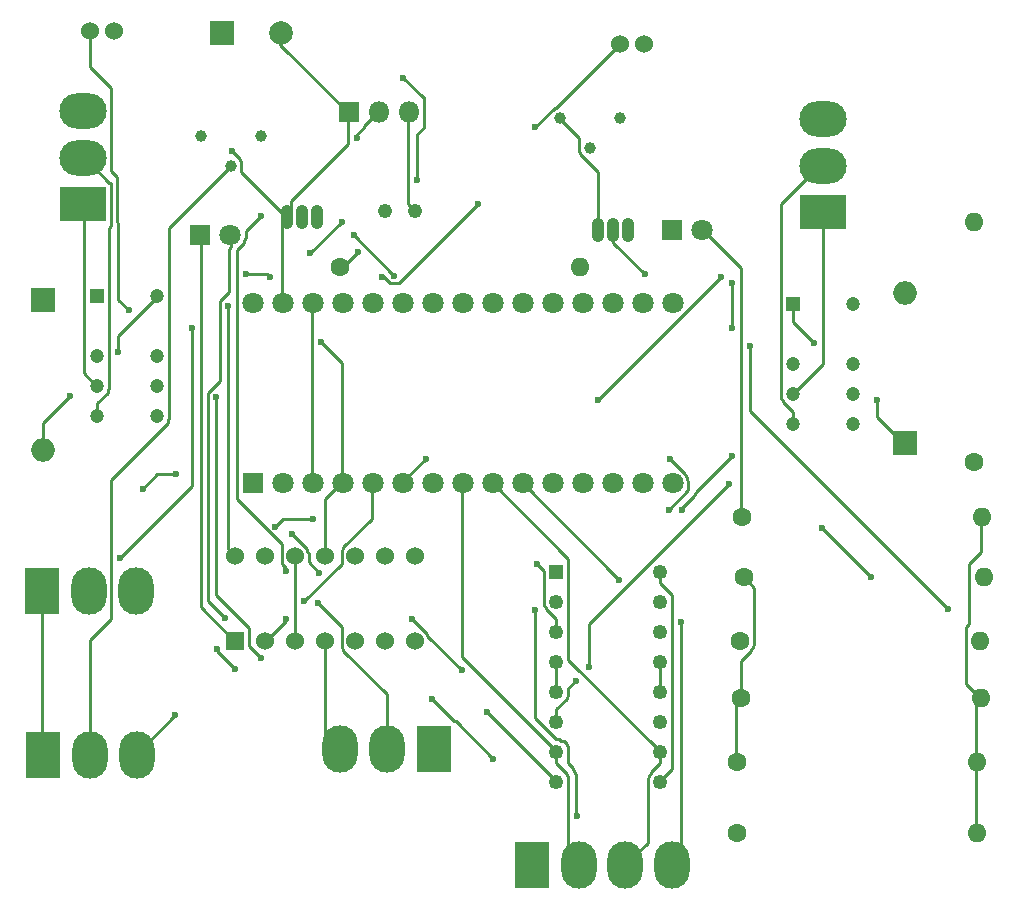
<source format=gbr>
G04 #@! TF.FileFunction,Copper,L1,Top,Signal*
%FSLAX46Y46*%
G04 Gerber Fmt 4.6, Leading zero omitted, Abs format (unit mm)*
G04 Created by KiCad (PCBNEW 4.0.6) date 02/07/20 08:18:11*
%MOMM*%
%LPD*%
G01*
G04 APERTURE LIST*
%ADD10C,0.100000*%
%ADD11R,2.000000X2.000000*%
%ADD12C,2.000000*%
%ADD13O,2.000000X2.000000*%
%ADD14R,1.800000X1.800000*%
%ADD15C,1.800000*%
%ADD16C,1.210000*%
%ADD17R,3.000000X4.000000*%
%ADD18O,3.000000X4.000000*%
%ADD19R,4.000000X3.000000*%
%ADD20O,4.000000X3.000000*%
%ADD21C,1.524000*%
%ADD22R,1.200000X1.200000*%
%ADD23C,1.200000*%
%ADD24O,1.040000X2.080000*%
%ADD25C,0.998000*%
%ADD26C,1.600000*%
%ADD27O,1.600000X1.600000*%
%ADD28R,1.524000X1.524000*%
%ADD29O,1.800000X1.800000*%
%ADD30R,1.250000X1.250000*%
%ADD31C,1.250000*%
%ADD32C,0.600000*%
%ADD33C,0.250000*%
G04 APERTURE END LIST*
D10*
D11*
X116687600Y-66573400D03*
D12*
X121687600Y-66573400D03*
D11*
X101574600Y-89204800D03*
D13*
X101574600Y-101904800D03*
D11*
X174523400Y-101295200D03*
D13*
X174523400Y-88595200D03*
D14*
X114884200Y-83642200D03*
D15*
X117424200Y-83642200D03*
D14*
X154813000Y-83210400D03*
D15*
X157353000Y-83210400D03*
D16*
X130541000Y-81599800D03*
X133081000Y-81599800D03*
D17*
X101473000Y-113842800D03*
D18*
X105435400Y-113842800D03*
X109397800Y-113842800D03*
D17*
X101600000Y-127685800D03*
D18*
X105562400Y-127685800D03*
X109524800Y-127685800D03*
D19*
X167640000Y-81762600D03*
D20*
X167640000Y-77800200D03*
X167640000Y-73837800D03*
D19*
X104978200Y-81076800D03*
D20*
X104978200Y-77114400D03*
X104978200Y-73152000D03*
D21*
X150418800Y-67513200D03*
X152450800Y-67513200D03*
D17*
X134670800Y-127228600D03*
D18*
X130708400Y-127228600D03*
X126746000Y-127228600D03*
D21*
X105537000Y-66395600D03*
X107569000Y-66395600D03*
D22*
X106146600Y-88850800D03*
D23*
X111226600Y-88850800D03*
X106146600Y-93930800D03*
X111226600Y-99010800D03*
X106146600Y-96470800D03*
X106146600Y-99010800D03*
X111226600Y-93930800D03*
X111226600Y-96470800D03*
D22*
X165100000Y-89536600D03*
D23*
X170180000Y-89536600D03*
X165100000Y-94616600D03*
X170180000Y-99696600D03*
X165100000Y-97156600D03*
X165100000Y-99696600D03*
X170180000Y-94616600D03*
X170180000Y-97156600D03*
D24*
X148539200Y-83210400D03*
X149809200Y-83210400D03*
X151079200Y-83210400D03*
X122199400Y-82169000D03*
X123469400Y-82169000D03*
X124739400Y-82169000D03*
D25*
X145311100Y-73785900D03*
X147854100Y-76326900D03*
X150394100Y-73785500D03*
X114932700Y-75284500D03*
X117475700Y-77825500D03*
X120015700Y-75284100D03*
D26*
X160324800Y-134289800D03*
D27*
X180644800Y-134289800D03*
D26*
X160705800Y-107569000D03*
D27*
X181025800Y-107569000D03*
D26*
X160578800Y-118033800D03*
D27*
X180898800Y-118033800D03*
D26*
X126669800Y-86385400D03*
D27*
X146989800Y-86385400D03*
D26*
X180390800Y-102920800D03*
D27*
X180390800Y-82600800D03*
D26*
X160299400Y-128295400D03*
D27*
X180619400Y-128295400D03*
D26*
X160883600Y-112649000D03*
D27*
X181203600Y-112649000D03*
D26*
X160655000Y-122885200D03*
D27*
X180975000Y-122885200D03*
D14*
X119303800Y-104698800D03*
D15*
X121843800Y-104698800D03*
X124383800Y-104698800D03*
X126923800Y-104698800D03*
X129463800Y-104698800D03*
X132003800Y-104698800D03*
X134543800Y-104698800D03*
X137083800Y-104698800D03*
X139623800Y-104698800D03*
X142163800Y-104698800D03*
X144703800Y-104698800D03*
X147243800Y-104698800D03*
X149783800Y-104698800D03*
X152323800Y-104698800D03*
X154863800Y-104698800D03*
X154863800Y-89458800D03*
X152323800Y-89458800D03*
X149783800Y-89458800D03*
X147243800Y-89458800D03*
X144703800Y-89458800D03*
X142163800Y-89458800D03*
X139623800Y-89458800D03*
X137083800Y-89458800D03*
X134543800Y-89458800D03*
X132003800Y-89458800D03*
X129463800Y-89458800D03*
X126923800Y-89458800D03*
X124383800Y-89458800D03*
X121843800Y-89458800D03*
X119303800Y-89458800D03*
D28*
X117805200Y-118071900D03*
D21*
X120345200Y-118071900D03*
X122885200Y-118071900D03*
X125425200Y-118071900D03*
X127965200Y-118071900D03*
X130505200Y-118071900D03*
X133045200Y-118071900D03*
X133045200Y-110883700D03*
X130505200Y-110883700D03*
X127965200Y-110883700D03*
X125425200Y-110883700D03*
X122885200Y-110883700D03*
X120345200Y-110883700D03*
X117805200Y-110883700D03*
X120345200Y-110883700D03*
D14*
X127431800Y-73279000D03*
D29*
X129971800Y-73279000D03*
X132511800Y-73279000D03*
D30*
X145028200Y-112166400D03*
D31*
X145028200Y-114706400D03*
X145028200Y-117246400D03*
X145028200Y-119786400D03*
X145028200Y-122326400D03*
X145028200Y-124866400D03*
X145028200Y-127406400D03*
X145028200Y-129946400D03*
X153828200Y-129946400D03*
X153828200Y-127406400D03*
X153828200Y-124866400D03*
X153828200Y-122326400D03*
X153828200Y-119786400D03*
X153828200Y-117246400D03*
X153828200Y-114706400D03*
X153828200Y-112166400D03*
D17*
X142951200Y-136982200D03*
D18*
X146913600Y-136982200D03*
X150876000Y-136982200D03*
X154838400Y-136982200D03*
D32*
X143256000Y-74549000D03*
X132080000Y-70358000D03*
X133223000Y-78994000D03*
X117602000Y-76581000D03*
X125095000Y-92710000D03*
X124206000Y-85217000D03*
X126873000Y-82550000D03*
X107950000Y-93599000D03*
X103886000Y-97282000D03*
X172212000Y-97663000D03*
X166878000Y-92837000D03*
X127889000Y-83693000D03*
X131318000Y-87122000D03*
X139700000Y-128016000D03*
X134493000Y-122936000D03*
X117856000Y-120396000D03*
X116332000Y-118745000D03*
X116967000Y-116078000D03*
X117221000Y-89662000D03*
X128270000Y-85090000D03*
X108077000Y-110998000D03*
X114173000Y-91567000D03*
X118745000Y-86995000D03*
X120777000Y-87249000D03*
X130302000Y-87249000D03*
X138430000Y-81026000D03*
X110007400Y-105156000D03*
X112826800Y-103936800D03*
X121208800Y-108381800D03*
X124409200Y-107696000D03*
X133985000Y-102616000D03*
X148590000Y-97663000D03*
X159004000Y-87249000D03*
X167513000Y-108458000D03*
X171704000Y-112649000D03*
X112776000Y-124333000D03*
X122174000Y-116205000D03*
X123698000Y-114681000D03*
X159893000Y-102362000D03*
X155702000Y-106934000D03*
X143383000Y-111506000D03*
X159639000Y-104775000D03*
X147828000Y-120269000D03*
X146685000Y-121412000D03*
X137033000Y-120523000D03*
X132842000Y-116205000D03*
X124968000Y-112268000D03*
X122682000Y-108966000D03*
X154559000Y-106934000D03*
X154686000Y-102616000D03*
X128143000Y-75438000D03*
X120015000Y-82042000D03*
X122174000Y-112141000D03*
X124841000Y-114808000D03*
X139192000Y-124079000D03*
X120015000Y-119507000D03*
X116205000Y-97409000D03*
X108839000Y-90043000D03*
X178181000Y-115316000D03*
X161417000Y-93091000D03*
X159893000Y-91567000D03*
X159893000Y-87757000D03*
X152527000Y-86995000D03*
X146812000Y-132842000D03*
X143256000Y-115443000D03*
X155575000Y-116459000D03*
X150368000Y-112903000D03*
D33*
X143256000Y-74549000D02*
X144907000Y-72898000D01*
X144907000Y-72898000D02*
X145034000Y-72898000D01*
X145034000Y-72898000D02*
X150418800Y-67513200D01*
X132080000Y-70358000D02*
X133731000Y-72009000D01*
X133731000Y-72009000D02*
X133858000Y-72009000D01*
X133858000Y-72009000D02*
X133858000Y-74549000D01*
X133858000Y-74549000D02*
X133223000Y-75184000D01*
X133223000Y-75184000D02*
X133223000Y-78994000D01*
X122199400Y-82169000D02*
X122174000Y-82169000D01*
X122174000Y-82169000D02*
X118364000Y-78359000D01*
X118364000Y-78359000D02*
X118364000Y-77470000D01*
X118364000Y-77470000D02*
X118237000Y-77343000D01*
X118237000Y-77343000D02*
X118237000Y-77216000D01*
X118237000Y-77216000D02*
X117602000Y-76581000D01*
X125095000Y-92710000D02*
X126873000Y-94488000D01*
X126873000Y-94488000D02*
X126873000Y-104648000D01*
X126873000Y-104648000D02*
X126923800Y-104698800D01*
X127431800Y-73279000D02*
X127381000Y-73279000D01*
X127381000Y-73279000D02*
X121666000Y-67564000D01*
X121666000Y-67564000D02*
X121666000Y-66548000D01*
X121666000Y-66548000D02*
X121687600Y-66573400D01*
X122199400Y-82169000D02*
X122174000Y-82169000D01*
X122174000Y-82169000D02*
X122555000Y-81788000D01*
X122555000Y-81788000D02*
X122555000Y-80772000D01*
X122555000Y-80772000D02*
X127381000Y-75946000D01*
X127381000Y-75946000D02*
X127381000Y-73279000D01*
X127381000Y-73279000D02*
X127431800Y-73279000D01*
X145311100Y-73785900D02*
X145288000Y-73787000D01*
X145288000Y-73787000D02*
X146939000Y-75438000D01*
X146939000Y-75438000D02*
X146939000Y-76581000D01*
X146939000Y-76581000D02*
X147066000Y-76708000D01*
X147066000Y-76708000D02*
X147066000Y-76835000D01*
X147066000Y-76835000D02*
X148590000Y-78359000D01*
X148590000Y-78359000D02*
X148590000Y-83185000D01*
X148590000Y-83185000D02*
X148539200Y-83210400D01*
X180975000Y-122885200D02*
X180975000Y-122936000D01*
X180975000Y-122936000D02*
X179705000Y-121666000D01*
X179705000Y-121666000D02*
X179705000Y-116840000D01*
X179705000Y-116840000D02*
X179959000Y-116586000D01*
X179959000Y-116586000D02*
X179959000Y-111506000D01*
X179959000Y-111506000D02*
X180975000Y-110490000D01*
X180975000Y-110490000D02*
X180975000Y-107569000D01*
X180975000Y-107569000D02*
X181025800Y-107569000D01*
X126923800Y-104698800D02*
X126746000Y-104775000D01*
X126746000Y-104775000D02*
X125476000Y-106045000D01*
X125476000Y-106045000D02*
X125476000Y-110871000D01*
X125476000Y-110871000D02*
X125425200Y-110883700D01*
X122199400Y-82169000D02*
X122174000Y-82169000D01*
X122174000Y-82169000D02*
X121793000Y-82550000D01*
X121793000Y-82550000D02*
X121793000Y-89408000D01*
X121793000Y-89408000D02*
X121843800Y-89458800D01*
X122885200Y-110883700D02*
X122936000Y-110871000D01*
X122936000Y-110871000D02*
X122936000Y-118110000D01*
X122936000Y-118110000D02*
X122885200Y-118071900D01*
X180975000Y-122885200D02*
X180975000Y-122936000D01*
X180975000Y-122936000D02*
X180594000Y-123317000D01*
X180594000Y-123317000D02*
X180594000Y-128270000D01*
X180594000Y-128270000D02*
X180619400Y-128295400D01*
X180619400Y-128295400D02*
X180594000Y-128270000D01*
X180594000Y-128270000D02*
X180594000Y-134239000D01*
X180594000Y-134239000D02*
X180644800Y-134289800D01*
X145028200Y-119786400D02*
X145034000Y-119761000D01*
X145034000Y-119761000D02*
X145034000Y-122301000D01*
X153797000Y-122301000D02*
X153797000Y-119761000D01*
X153797000Y-119761000D02*
X153828200Y-119786400D01*
X145034000Y-122301000D02*
X145028200Y-122326400D01*
X153828200Y-122326400D02*
X153797000Y-122301000D01*
X124206000Y-85217000D02*
X126873000Y-82550000D01*
X111226600Y-88850800D02*
X111252000Y-88900000D01*
X111252000Y-88900000D02*
X107950000Y-92202000D01*
X107950000Y-92202000D02*
X107950000Y-93599000D01*
X103886000Y-97282000D02*
X101600000Y-99568000D01*
X101600000Y-99568000D02*
X101600000Y-101854000D01*
X101600000Y-101854000D02*
X101574600Y-101904800D01*
X174523400Y-101295200D02*
X174498000Y-101346000D01*
X174498000Y-101346000D02*
X172212000Y-99060000D01*
X172212000Y-99060000D02*
X172212000Y-97663000D01*
X166878000Y-92837000D02*
X165100000Y-91059000D01*
X165100000Y-91059000D02*
X165100000Y-89536600D01*
X127889000Y-83693000D02*
X131318000Y-87122000D01*
X117805200Y-118071900D02*
X117856000Y-118110000D01*
X117856000Y-118110000D02*
X114935000Y-115189000D01*
X114935000Y-115189000D02*
X114935000Y-83693000D01*
X114935000Y-83693000D02*
X114884200Y-83642200D01*
X139700000Y-128016000D02*
X136525000Y-124841000D01*
X136525000Y-124841000D02*
X136398000Y-124841000D01*
X136398000Y-124841000D02*
X134493000Y-122936000D01*
X117856000Y-120396000D02*
X116332000Y-118872000D01*
X116332000Y-118872000D02*
X116332000Y-118745000D01*
X116967000Y-116078000D02*
X115570000Y-114681000D01*
X115570000Y-114681000D02*
X115570000Y-97028000D01*
X115570000Y-97028000D02*
X116586000Y-96012000D01*
X116586000Y-96012000D02*
X116586000Y-89281000D01*
X116586000Y-89281000D02*
X117348000Y-88519000D01*
X117348000Y-88519000D02*
X117348000Y-84836000D01*
X117348000Y-84836000D02*
X117475000Y-84709000D01*
X117475000Y-84709000D02*
X117475000Y-83693000D01*
X117475000Y-83693000D02*
X117424200Y-83642200D01*
X117805200Y-110883700D02*
X117856000Y-110871000D01*
X117856000Y-110871000D02*
X117221000Y-110236000D01*
X117221000Y-110236000D02*
X117221000Y-89662000D01*
X126669800Y-86385400D02*
X126619000Y-86360000D01*
X126619000Y-86360000D02*
X127000000Y-86360000D01*
X127000000Y-86360000D02*
X128270000Y-85090000D01*
X157353000Y-83210400D02*
X157353000Y-83185000D01*
X157353000Y-83185000D02*
X160655000Y-86487000D01*
X160655000Y-86487000D02*
X160655000Y-107569000D01*
X160655000Y-107569000D02*
X160705800Y-107569000D01*
X133081000Y-81599800D02*
X133096000Y-81661000D01*
X133096000Y-81661000D02*
X132461000Y-81026000D01*
X132461000Y-81026000D02*
X132461000Y-73279000D01*
X132461000Y-73279000D02*
X132511800Y-73279000D01*
X101600000Y-127685800D02*
X101600000Y-127635000D01*
X101600000Y-127635000D02*
X101473000Y-127508000D01*
X101473000Y-127508000D02*
X101473000Y-113842800D01*
X126746000Y-127228600D02*
X126746000Y-127254000D01*
X126746000Y-127254000D02*
X125476000Y-125984000D01*
X125476000Y-125984000D02*
X125476000Y-118110000D01*
X125476000Y-118110000D02*
X125425200Y-118071900D01*
X160883600Y-112649000D02*
X160909000Y-112649000D01*
X160909000Y-112649000D02*
X161798000Y-113538000D01*
X161798000Y-113538000D02*
X161798000Y-118364000D01*
X161798000Y-118364000D02*
X161671000Y-118491000D01*
X161671000Y-118491000D02*
X161671000Y-118618000D01*
X161671000Y-118618000D02*
X161544000Y-118745000D01*
X161544000Y-118745000D02*
X161544000Y-118872000D01*
X161544000Y-118872000D02*
X160655000Y-119761000D01*
X160655000Y-119761000D02*
X160655000Y-122885200D01*
X160655000Y-122885200D02*
X160655000Y-122936000D01*
X160655000Y-122936000D02*
X160274000Y-123317000D01*
X160274000Y-123317000D02*
X160274000Y-128270000D01*
X160274000Y-128270000D02*
X160299400Y-128295400D01*
X108077000Y-110998000D02*
X114173000Y-104902000D01*
X114173000Y-104902000D02*
X114173000Y-91567000D01*
X118745000Y-86995000D02*
X120523000Y-86995000D01*
X120523000Y-86995000D02*
X120777000Y-87249000D01*
X130302000Y-87249000D02*
X130429000Y-87249000D01*
X130429000Y-87249000D02*
X130937000Y-87757000D01*
X130937000Y-87757000D02*
X131699000Y-87757000D01*
X131699000Y-87757000D02*
X138430000Y-81026000D01*
X110007400Y-105156000D02*
X111226600Y-103936800D01*
X111226600Y-103936800D02*
X112826800Y-103936800D01*
X121208800Y-108381800D02*
X121894600Y-107696000D01*
X121894600Y-107696000D02*
X124409200Y-107696000D01*
X132003800Y-104698800D02*
X132080000Y-104521000D01*
X132080000Y-104521000D02*
X133985000Y-102616000D01*
X148590000Y-97663000D02*
X159004000Y-87249000D01*
X117475700Y-77825500D02*
X117475000Y-77851000D01*
X117475000Y-77851000D02*
X112268000Y-83058000D01*
X112268000Y-83058000D02*
X112268000Y-99187000D01*
X112268000Y-99187000D02*
X112141000Y-99314000D01*
X112141000Y-99314000D02*
X112141000Y-99568000D01*
X112141000Y-99568000D02*
X107315000Y-104394000D01*
X107315000Y-104394000D02*
X107315000Y-116205000D01*
X107315000Y-116205000D02*
X105537000Y-117983000D01*
X105537000Y-117983000D02*
X105537000Y-127635000D01*
X105537000Y-127635000D02*
X105562400Y-127685800D01*
X167513000Y-108458000D02*
X171704000Y-112649000D01*
X109524800Y-127685800D02*
X109601000Y-127508000D01*
X109601000Y-127508000D02*
X112776000Y-124333000D01*
X120345200Y-118071900D02*
X120396000Y-118110000D01*
X120396000Y-118110000D02*
X122174000Y-116332000D01*
X122174000Y-116332000D02*
X122174000Y-116205000D01*
X123698000Y-114681000D02*
X126873000Y-111506000D01*
X126873000Y-111506000D02*
X126873000Y-110363000D01*
X126873000Y-110363000D02*
X127000000Y-110236000D01*
X127000000Y-110236000D02*
X127000000Y-110109000D01*
X127000000Y-110109000D02*
X129413000Y-107696000D01*
X129413000Y-107696000D02*
X129413000Y-104648000D01*
X129413000Y-104648000D02*
X129463800Y-104698800D01*
X145034000Y-116205000D02*
X145034000Y-117221000D01*
X145034000Y-117221000D02*
X145028200Y-117246400D01*
X159893000Y-102362000D02*
X156845000Y-105410000D01*
X156845000Y-105410000D02*
X156845000Y-105537000D01*
X156845000Y-105537000D02*
X156718000Y-105664000D01*
X156718000Y-105664000D02*
X156718000Y-105791000D01*
X156718000Y-105791000D02*
X155702000Y-106807000D01*
X155702000Y-106807000D02*
X155702000Y-106934000D01*
X143383000Y-111506000D02*
X144018000Y-112141000D01*
X144018000Y-112141000D02*
X144018000Y-115062000D01*
X144018000Y-115062000D02*
X144145000Y-115189000D01*
X144145000Y-115189000D02*
X144145000Y-115316000D01*
X144145000Y-115316000D02*
X145034000Y-116205000D01*
X165100000Y-97156600D02*
X165100000Y-97155000D01*
X165100000Y-97155000D02*
X167640000Y-94615000D01*
X167640000Y-94615000D02*
X167640000Y-81762600D01*
X159639000Y-104775000D02*
X147828000Y-116586000D01*
X147828000Y-116586000D02*
X147828000Y-120269000D01*
X146685000Y-121412000D02*
X146050000Y-122047000D01*
X146050000Y-122047000D02*
X146050000Y-122682000D01*
X146050000Y-122682000D02*
X145923000Y-122809000D01*
X145923000Y-122809000D02*
X145923000Y-122936000D01*
X145923000Y-122936000D02*
X145034000Y-123825000D01*
X167640000Y-77800200D02*
X167640000Y-77851000D01*
X167640000Y-77851000D02*
X167259000Y-77851000D01*
X167259000Y-77851000D02*
X164084000Y-81026000D01*
X164084000Y-81026000D02*
X164084000Y-97536000D01*
X164084000Y-97536000D02*
X164211000Y-97663000D01*
X164211000Y-97663000D02*
X164211000Y-97790000D01*
X164211000Y-97790000D02*
X165100000Y-98679000D01*
X165100000Y-98679000D02*
X165100000Y-99696600D01*
X145034000Y-123825000D02*
X145034000Y-124841000D01*
X145034000Y-124841000D02*
X145028200Y-124866400D01*
X106146600Y-96470800D02*
X106172000Y-96520000D01*
X106172000Y-96520000D02*
X105029000Y-95377000D01*
X105029000Y-95377000D02*
X105029000Y-81026000D01*
X105029000Y-81026000D02*
X104978200Y-81076800D01*
X137033000Y-120523000D02*
X134112000Y-117602000D01*
X134112000Y-117602000D02*
X134112000Y-117475000D01*
X134112000Y-117475000D02*
X132842000Y-116205000D01*
X124968000Y-112268000D02*
X124079000Y-111379000D01*
X124079000Y-111379000D02*
X124079000Y-110617000D01*
X124079000Y-110617000D02*
X123952000Y-110490000D01*
X123952000Y-110490000D02*
X123952000Y-110236000D01*
X123952000Y-110236000D02*
X122682000Y-108966000D01*
X104978200Y-77114400D02*
X105029000Y-77089000D01*
X105029000Y-77089000D02*
X107188000Y-79248000D01*
X107188000Y-79248000D02*
X107315000Y-79248000D01*
X107315000Y-79248000D02*
X107315000Y-82931000D01*
X107315000Y-82931000D02*
X107188000Y-83058000D01*
X107188000Y-83058000D02*
X107188000Y-96647000D01*
X107188000Y-96647000D02*
X107061000Y-96774000D01*
X107061000Y-96774000D02*
X107061000Y-97028000D01*
X107061000Y-97028000D02*
X106172000Y-97917000D01*
X106172000Y-97917000D02*
X106172000Y-99060000D01*
X106172000Y-99060000D02*
X106146600Y-99010800D01*
X154559000Y-106934000D02*
X156210000Y-105283000D01*
X156210000Y-105283000D02*
X156210000Y-104521000D01*
X156210000Y-104521000D02*
X156083000Y-104394000D01*
X156083000Y-104394000D02*
X156083000Y-104140000D01*
X156083000Y-104140000D02*
X155956000Y-104013000D01*
X155956000Y-104013000D02*
X155956000Y-103886000D01*
X155956000Y-103886000D02*
X154686000Y-102616000D01*
X153828200Y-129946400D02*
X153797000Y-129921000D01*
X153797000Y-129921000D02*
X154813000Y-128905000D01*
X154813000Y-128905000D02*
X154813000Y-114173000D01*
X154813000Y-114173000D02*
X153797000Y-113157000D01*
X153797000Y-113157000D02*
X153797000Y-112141000D01*
X153797000Y-112141000D02*
X153828200Y-112166400D01*
X129971800Y-73279000D02*
X129921000Y-73279000D01*
X129921000Y-73279000D02*
X128778000Y-74422000D01*
X128778000Y-74422000D02*
X128778000Y-74549000D01*
X128778000Y-74549000D02*
X128143000Y-75184000D01*
X128143000Y-75184000D02*
X128143000Y-75438000D01*
X120015000Y-82042000D02*
X118745000Y-83312000D01*
X118745000Y-83312000D02*
X118745000Y-83947000D01*
X118745000Y-83947000D02*
X118618000Y-84074000D01*
X118618000Y-84074000D02*
X118618000Y-84328000D01*
X118618000Y-84328000D02*
X117983000Y-84963000D01*
X117983000Y-84963000D02*
X117983000Y-106045000D01*
X117983000Y-106045000D02*
X121793000Y-109855000D01*
X121793000Y-109855000D02*
X121793000Y-111506000D01*
X121793000Y-111506000D02*
X122174000Y-111887000D01*
X122174000Y-111887000D02*
X122174000Y-112141000D01*
X124841000Y-114808000D02*
X126873000Y-116840000D01*
X126873000Y-116840000D02*
X126873000Y-118618000D01*
X126873000Y-118618000D02*
X127000000Y-118745000D01*
X127000000Y-118745000D02*
X127000000Y-118872000D01*
X127000000Y-118872000D02*
X130683000Y-122555000D01*
X130683000Y-122555000D02*
X130683000Y-127254000D01*
X130683000Y-127254000D02*
X130708400Y-127228600D01*
X145028200Y-129946400D02*
X145034000Y-129921000D01*
X145034000Y-129921000D02*
X139192000Y-124079000D01*
X120015000Y-119507000D02*
X118999000Y-118491000D01*
X118999000Y-118491000D02*
X118999000Y-116967000D01*
X118999000Y-116967000D02*
X116205000Y-114173000D01*
X116205000Y-114173000D02*
X116205000Y-97409000D01*
X108839000Y-90043000D02*
X107950000Y-89154000D01*
X107950000Y-89154000D02*
X107950000Y-82677000D01*
X107950000Y-82677000D02*
X107823000Y-82550000D01*
X107823000Y-82550000D02*
X107823000Y-78740000D01*
X107823000Y-78740000D02*
X107315000Y-78232000D01*
X107315000Y-78232000D02*
X107315000Y-71247000D01*
X107315000Y-71247000D02*
X105537000Y-69469000D01*
X105537000Y-69469000D02*
X105537000Y-66395600D01*
X178181000Y-115316000D02*
X161417000Y-98552000D01*
X161417000Y-98552000D02*
X161417000Y-93091000D01*
X159893000Y-91567000D02*
X159893000Y-87757000D01*
X152527000Y-86995000D02*
X149860000Y-84328000D01*
X149860000Y-84328000D02*
X149860000Y-83185000D01*
X149860000Y-83185000D02*
X149809200Y-83210400D01*
X124383800Y-89458800D02*
X124333000Y-89408000D01*
X124333000Y-89408000D02*
X124333000Y-104648000D01*
X124333000Y-104648000D02*
X124383800Y-104698800D01*
X146812000Y-132842000D02*
X146685000Y-132715000D01*
X146685000Y-132715000D02*
X146685000Y-129286000D01*
X146685000Y-129286000D02*
X146558000Y-129159000D01*
X146558000Y-129159000D02*
X146558000Y-129032000D01*
X146558000Y-129032000D02*
X146431000Y-128905000D01*
X146431000Y-128905000D02*
X146431000Y-128778000D01*
X146431000Y-128778000D02*
X146050000Y-128397000D01*
X146050000Y-128397000D02*
X146050000Y-127000000D01*
X146050000Y-127000000D02*
X145923000Y-126873000D01*
X145923000Y-126873000D02*
X145923000Y-126746000D01*
X145923000Y-126746000D02*
X145669000Y-126492000D01*
X145669000Y-126492000D02*
X145415000Y-126492000D01*
X145415000Y-126492000D02*
X145288000Y-126365000D01*
X145288000Y-126365000D02*
X145034000Y-126365000D01*
X145034000Y-126365000D02*
X143256000Y-124587000D01*
X143256000Y-124587000D02*
X143256000Y-115443000D01*
X146913600Y-136982200D02*
X146939000Y-137033000D01*
X146939000Y-137033000D02*
X146050000Y-136144000D01*
X146050000Y-136144000D02*
X146050000Y-129540000D01*
X146050000Y-129540000D02*
X145923000Y-129413000D01*
X145923000Y-129413000D02*
X145923000Y-129286000D01*
X145923000Y-129286000D02*
X145034000Y-128397000D01*
X145034000Y-128397000D02*
X145034000Y-127381000D01*
X145034000Y-127381000D02*
X145028200Y-127406400D01*
X145028200Y-127406400D02*
X145034000Y-127381000D01*
X145034000Y-127381000D02*
X137033000Y-119380000D01*
X137033000Y-119380000D02*
X137033000Y-104648000D01*
X137033000Y-104648000D02*
X137083800Y-104698800D01*
X150876000Y-136982200D02*
X150876000Y-137033000D01*
X150876000Y-137033000D02*
X152781000Y-135128000D01*
X152781000Y-135128000D02*
X152781000Y-129667000D01*
X152781000Y-129667000D02*
X152908000Y-129540000D01*
X152908000Y-129540000D02*
X152908000Y-129413000D01*
X152908000Y-129413000D02*
X153035000Y-129286000D01*
X153035000Y-129286000D02*
X153035000Y-129159000D01*
X153035000Y-129159000D02*
X153797000Y-128397000D01*
X153797000Y-128397000D02*
X153797000Y-127381000D01*
X153797000Y-127381000D02*
X153828200Y-127406400D01*
X153828200Y-127406400D02*
X153797000Y-127381000D01*
X153797000Y-127381000D02*
X146050000Y-119634000D01*
X146050000Y-119634000D02*
X146050000Y-111125000D01*
X146050000Y-111125000D02*
X139623800Y-104698800D01*
X154838400Y-136982200D02*
X154813000Y-137033000D01*
X154813000Y-137033000D02*
X155575000Y-136271000D01*
X155575000Y-136271000D02*
X155575000Y-116459000D01*
X150368000Y-112903000D02*
X142163800Y-104698800D01*
M02*

</source>
